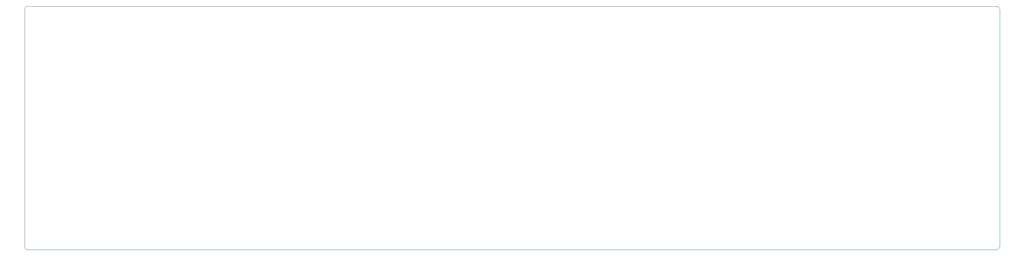
<source format=gm1>
G04 #@! TF.GenerationSoftware,KiCad,Pcbnew,5.1.4+dfsg1-1*
G04 #@! TF.CreationDate,2020-03-31T10:31:59+02:00*
G04 #@! TF.ProjectId,alpha34,616c7068-6133-4342-9e6b-696361645f70,rev?*
G04 #@! TF.SameCoordinates,Original*
G04 #@! TF.FileFunction,Profile,NP*
%FSLAX46Y46*%
G04 Gerber Fmt 4.6, Leading zero omitted, Abs format (unit mm)*
G04 Created by KiCad (PCBNEW 5.1.4+dfsg1-1) date 2020-03-31 10:31:59*
%MOMM*%
%LPD*%
G04 APERTURE LIST*
%ADD10C,0.050000*%
G04 APERTURE END LIST*
D10*
X31750000Y-69056250D02*
X31750000Y-126206250D01*
X265906250Y-68262500D02*
X32543750Y-68262500D01*
X32543750Y-127000000D02*
X265906250Y-127000000D01*
X32543750Y-127000000D02*
G75*
G02X31750000Y-126206250I0J793750D01*
G01*
X31750000Y-69056250D02*
G75*
G02X32543750Y-68262500I793750J0D01*
G01*
X265906250Y-68262500D02*
G75*
G02X266700000Y-69056250I0J-793750D01*
G01*
X266700000Y-126206250D02*
G75*
G02X265906250Y-127000000I-793750J0D01*
G01*
X266700000Y-69056250D02*
X266700000Y-126206250D01*
M02*

</source>
